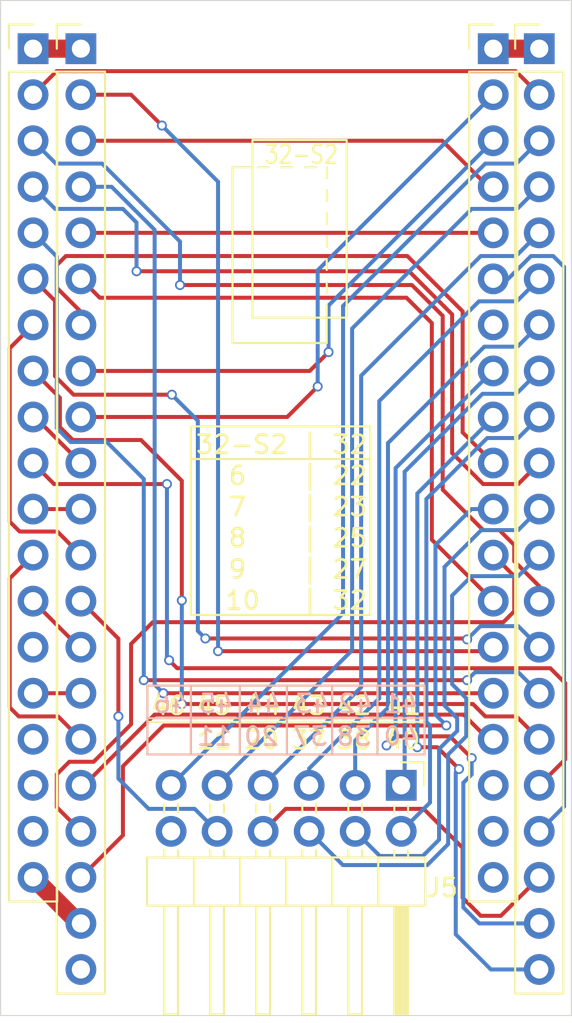
<source format=kicad_pcb>
(kicad_pcb (version 20171130) (host pcbnew "(5.1.6)-1")

  (general
    (thickness 1.6)
    (drawings 76)
    (tracks 288)
    (zones 0)
    (modules 5)
    (nets 52)
  )

  (page A4)
  (layers
    (0 F.Cu signal)
    (31 B.Cu signal)
    (32 B.Adhes user)
    (33 F.Adhes user)
    (34 B.Paste user)
    (35 F.Paste user)
    (36 B.SilkS user hide)
    (37 F.SilkS user)
    (38 B.Mask user)
    (39 F.Mask user)
    (40 Dwgs.User user)
    (41 Cmts.User user)
    (42 Eco1.User user)
    (43 Eco2.User user)
    (44 Edge.Cuts user)
    (45 Margin user)
    (46 B.CrtYd user hide)
    (47 F.CrtYd user hide)
    (48 B.Fab user hide)
    (49 F.Fab user hide)
  )

  (setup
    (last_trace_width 0.22)
    (user_trace_width 0.2)
    (trace_clearance 0.2)
    (zone_clearance 0.508)
    (zone_45_only no)
    (trace_min 0.2)
    (via_size 0.55)
    (via_drill 0.36)
    (via_min_size 0.4)
    (via_min_drill 0.3)
    (uvia_size 0.3)
    (uvia_drill 0.1)
    (uvias_allowed no)
    (uvia_min_size 0.2)
    (uvia_min_drill 0.1)
    (edge_width 0.05)
    (segment_width 0.2)
    (pcb_text_width 0.3)
    (pcb_text_size 1.5 1.5)
    (mod_edge_width 0.12)
    (mod_text_size 1 1)
    (mod_text_width 0.15)
    (pad_size 1.7 1.7)
    (pad_drill 1)
    (pad_to_mask_clearance 0.05)
    (aux_axis_origin 0 0)
    (grid_origin 129.75 133)
    (visible_elements 7FFFFFFF)
    (pcbplotparams
      (layerselection 0x010fc_ffffffff)
      (usegerberextensions false)
      (usegerberattributes true)
      (usegerberadvancedattributes true)
      (creategerberjobfile true)
      (excludeedgelayer true)
      (linewidth 0.150000)
      (plotframeref false)
      (viasonmask false)
      (mode 1)
      (useauxorigin false)
      (hpglpennumber 1)
      (hpglpenspeed 20)
      (hpglpendiameter 15.000000)
      (psnegative false)
      (psa4output false)
      (plotreference true)
      (plotvalue true)
      (plotinvisibletext false)
      (padsonsilk false)
      (subtractmaskfromsilk false)
      (outputformat 1)
      (mirror false)
      (drillshape 1)
      (scaleselection 1)
      (outputdirectory ""))
  )

  (net 0 "")
  (net 1 /ESP32S2_GND)
  (net 2 /ESP32S2_5V)
  (net 3 /ESP32S2_IO17)
  (net 4 /ESP32S2_IO16)
  (net 5 /ESP32S2_IO15)
  (net 6 /ESP32S2_IO14)
  (net 7 /ESP32S2_IO13)
  (net 8 /ESP32S2_IO12)
  (net 9 /ESP32S2_IO11)
  (net 10 /ESP32S2_IO10)
  (net 11 /ESP32S2_IO9)
  (net 12 /ESP32S2_IO8)
  (net 13 /ESP32S2_IO7)
  (net 14 /ESP32S2_IO6)
  (net 15 /ESP32S2_IO5)
  (net 16 /ESP32S2_IO4)
  (net 17 /ESP32S2_IO3)
  (net 18 /ESP32S2_IO2)
  (net 19 /ESP32S2_IO1)
  (net 20 /ESP32S2_IO0)
  (net 21 /ESP32S2_3V3)
  (net 22 /ESP32S2_IO18)
  (net 23 /ESP32S2_IO19)
  (net 24 /ESP32S2_IO20)
  (net 25 /ESP32S2_IO21)
  (net 26 /ESP32S2_IO26)
  (net 27 /ESP32S2_IO33)
  (net 28 /ESP32S2_IO34)
  (net 29 /ESP32S2_IO35)
  (net 30 /ESP32S2_IO36)
  (net 31 /ESP32S2_IO37)
  (net 32 /ESP32S2_IO38)
  (net 33 /ESP32S2_IO39)
  (net 34 /ESP32S2_IO40)
  (net 35 /ESP32S2_IO41)
  (net 36 /ESP32S2_IO42)
  (net 37 /ESP32S2_IO43_TX)
  (net 38 /ESP32S2_IO44_RX)
  (net 39 /ESP32S2_IO45)
  (net 40 /ESP32S2_IO46)
  (net 41 /ESP32S2_CHIP_PU)
  (net 42 /ESP32_CMD)
  (net 43 /ESP32_SD3)
  (net 44 /ESP32_SD2)
  (net 45 /ESP32_CLK)
  (net 46 /ESP32_SD0)
  (net 47 /ESP32_SD1)
  (net 48 "Net-(J1-Pad21)")
  (net 49 "Net-(J3-Pad14)")
  (net 50 "Net-(J4-Pad7)")
  (net 51 "Net-(J5-Pad12)")

  (net_class Default "This is the default net class."
    (clearance 0.2)
    (trace_width 0.22)
    (via_dia 0.55)
    (via_drill 0.36)
    (uvia_dia 0.3)
    (uvia_drill 0.1)
    (add_net /ESP32S2_3V3)
    (add_net /ESP32S2_5V)
    (add_net /ESP32S2_CHIP_PU)
    (add_net /ESP32S2_GND)
    (add_net /ESP32S2_IO0)
    (add_net /ESP32S2_IO1)
    (add_net /ESP32S2_IO10)
    (add_net /ESP32S2_IO11)
    (add_net /ESP32S2_IO12)
    (add_net /ESP32S2_IO13)
    (add_net /ESP32S2_IO14)
    (add_net /ESP32S2_IO15)
    (add_net /ESP32S2_IO16)
    (add_net /ESP32S2_IO17)
    (add_net /ESP32S2_IO18)
    (add_net /ESP32S2_IO19)
    (add_net /ESP32S2_IO2)
    (add_net /ESP32S2_IO20)
    (add_net /ESP32S2_IO21)
    (add_net /ESP32S2_IO26)
    (add_net /ESP32S2_IO3)
    (add_net /ESP32S2_IO33)
    (add_net /ESP32S2_IO34)
    (add_net /ESP32S2_IO35)
    (add_net /ESP32S2_IO36)
    (add_net /ESP32S2_IO37)
    (add_net /ESP32S2_IO38)
    (add_net /ESP32S2_IO39)
    (add_net /ESP32S2_IO4)
    (add_net /ESP32S2_IO40)
    (add_net /ESP32S2_IO41)
    (add_net /ESP32S2_IO42)
    (add_net /ESP32S2_IO43_TX)
    (add_net /ESP32S2_IO44_RX)
    (add_net /ESP32S2_IO45)
    (add_net /ESP32S2_IO46)
    (add_net /ESP32S2_IO5)
    (add_net /ESP32S2_IO6)
    (add_net /ESP32S2_IO7)
    (add_net /ESP32S2_IO8)
    (add_net /ESP32S2_IO9)
    (add_net /ESP32_CLK)
    (add_net /ESP32_CMD)
    (add_net /ESP32_SD0)
    (add_net /ESP32_SD1)
    (add_net /ESP32_SD2)
    (add_net /ESP32_SD3)
    (add_net "Net-(J1-Pad21)")
    (add_net "Net-(J3-Pad14)")
    (add_net "Net-(J4-Pad7)")
    (add_net "Net-(J5-Pad12)")
  )

  (module Connector_PinHeader_2.54mm:PinHeader_2x06_P2.54mm_Horizontal (layer F.Cu) (tedit 59FED5CB) (tstamp 5F5E9975)
    (at 151.86 120.3 270)
    (descr "Through hole angled pin header, 2x06, 2.54mm pitch, 6mm pin length, double rows")
    (tags "Through hole angled pin header THT 2x06 2.54mm double row")
    (path /5F8FFF45)
    (fp_text reference J5 (at 5.655 -2.27 180) (layer F.SilkS)
      (effects (font (size 1 1) (thickness 0.15)))
    )
    (fp_text value Conn_02x06_Odd_Even_MountingPin (at 5.655 14.97 90) (layer F.Fab)
      (effects (font (size 1 1) (thickness 0.15)))
    )
    (fp_line (start 4.675 -1.27) (end 6.58 -1.27) (layer F.Fab) (width 0.1))
    (fp_line (start 6.58 -1.27) (end 6.58 13.97) (layer F.Fab) (width 0.1))
    (fp_line (start 6.58 13.97) (end 4.04 13.97) (layer F.Fab) (width 0.1))
    (fp_line (start 4.04 13.97) (end 4.04 -0.635) (layer F.Fab) (width 0.1))
    (fp_line (start 4.04 -0.635) (end 4.675 -1.27) (layer F.Fab) (width 0.1))
    (fp_line (start -0.32 -0.32) (end 4.04 -0.32) (layer F.Fab) (width 0.1))
    (fp_line (start -0.32 -0.32) (end -0.32 0.32) (layer F.Fab) (width 0.1))
    (fp_line (start -0.32 0.32) (end 4.04 0.32) (layer F.Fab) (width 0.1))
    (fp_line (start 6.58 -0.32) (end 12.58 -0.32) (layer F.Fab) (width 0.1))
    (fp_line (start 12.58 -0.32) (end 12.58 0.32) (layer F.Fab) (width 0.1))
    (fp_line (start 6.58 0.32) (end 12.58 0.32) (layer F.Fab) (width 0.1))
    (fp_line (start -0.32 2.22) (end 4.04 2.22) (layer F.Fab) (width 0.1))
    (fp_line (start -0.32 2.22) (end -0.32 2.86) (layer F.Fab) (width 0.1))
    (fp_line (start -0.32 2.86) (end 4.04 2.86) (layer F.Fab) (width 0.1))
    (fp_line (start 6.58 2.22) (end 12.58 2.22) (layer F.Fab) (width 0.1))
    (fp_line (start 12.58 2.22) (end 12.58 2.86) (layer F.Fab) (width 0.1))
    (fp_line (start 6.58 2.86) (end 12.58 2.86) (layer F.Fab) (width 0.1))
    (fp_line (start -0.32 4.76) (end 4.04 4.76) (layer F.Fab) (width 0.1))
    (fp_line (start -0.32 4.76) (end -0.32 5.4) (layer F.Fab) (width 0.1))
    (fp_line (start -0.32 5.4) (end 4.04 5.4) (layer F.Fab) (width 0.1))
    (fp_line (start 6.58 4.76) (end 12.58 4.76) (layer F.Fab) (width 0.1))
    (fp_line (start 12.58 4.76) (end 12.58 5.4) (layer F.Fab) (width 0.1))
    (fp_line (start 6.58 5.4) (end 12.58 5.4) (layer F.Fab) (width 0.1))
    (fp_line (start -0.32 7.3) (end 4.04 7.3) (layer F.Fab) (width 0.1))
    (fp_line (start -0.32 7.3) (end -0.32 7.94) (layer F.Fab) (width 0.1))
    (fp_line (start -0.32 7.94) (end 4.04 7.94) (layer F.Fab) (width 0.1))
    (fp_line (start 6.58 7.3) (end 12.58 7.3) (layer F.Fab) (width 0.1))
    (fp_line (start 12.58 7.3) (end 12.58 7.94) (layer F.Fab) (width 0.1))
    (fp_line (start 6.58 7.94) (end 12.58 7.94) (layer F.Fab) (width 0.1))
    (fp_line (start -0.32 9.84) (end 4.04 9.84) (layer F.Fab) (width 0.1))
    (fp_line (start -0.32 9.84) (end -0.32 10.48) (layer F.Fab) (width 0.1))
    (fp_line (start -0.32 10.48) (end 4.04 10.48) (layer F.Fab) (width 0.1))
    (fp_line (start 6.58 9.84) (end 12.58 9.84) (layer F.Fab) (width 0.1))
    (fp_line (start 12.58 9.84) (end 12.58 10.48) (layer F.Fab) (width 0.1))
    (fp_line (start 6.58 10.48) (end 12.58 10.48) (layer F.Fab) (width 0.1))
    (fp_line (start -0.32 12.38) (end 4.04 12.38) (layer F.Fab) (width 0.1))
    (fp_line (start -0.32 12.38) (end -0.32 13.02) (layer F.Fab) (width 0.1))
    (fp_line (start -0.32 13.02) (end 4.04 13.02) (layer F.Fab) (width 0.1))
    (fp_line (start 6.58 12.38) (end 12.58 12.38) (layer F.Fab) (width 0.1))
    (fp_line (start 12.58 12.38) (end 12.58 13.02) (layer F.Fab) (width 0.1))
    (fp_line (start 6.58 13.02) (end 12.58 13.02) (layer F.Fab) (width 0.1))
    (fp_line (start 3.98 -1.33) (end 3.98 14.03) (layer F.SilkS) (width 0.12))
    (fp_line (start 3.98 14.03) (end 6.64 14.03) (layer F.SilkS) (width 0.12))
    (fp_line (start 6.64 14.03) (end 6.64 -1.33) (layer F.SilkS) (width 0.12))
    (fp_line (start 6.64 -1.33) (end 3.98 -1.33) (layer F.SilkS) (width 0.12))
    (fp_line (start 6.64 -0.38) (end 12.64 -0.38) (layer F.SilkS) (width 0.12))
    (fp_line (start 12.64 -0.38) (end 12.64 0.38) (layer F.SilkS) (width 0.12))
    (fp_line (start 12.64 0.38) (end 6.64 0.38) (layer F.SilkS) (width 0.12))
    (fp_line (start 6.64 -0.32) (end 12.64 -0.32) (layer F.SilkS) (width 0.12))
    (fp_line (start 6.64 -0.2) (end 12.64 -0.2) (layer F.SilkS) (width 0.12))
    (fp_line (start 6.64 -0.08) (end 12.64 -0.08) (layer F.SilkS) (width 0.12))
    (fp_line (start 6.64 0.04) (end 12.64 0.04) (layer F.SilkS) (width 0.12))
    (fp_line (start 6.64 0.16) (end 12.64 0.16) (layer F.SilkS) (width 0.12))
    (fp_line (start 6.64 0.28) (end 12.64 0.28) (layer F.SilkS) (width 0.12))
    (fp_line (start 3.582929 -0.38) (end 3.98 -0.38) (layer F.SilkS) (width 0.12))
    (fp_line (start 3.582929 0.38) (end 3.98 0.38) (layer F.SilkS) (width 0.12))
    (fp_line (start 1.11 -0.38) (end 1.497071 -0.38) (layer F.SilkS) (width 0.12))
    (fp_line (start 1.11 0.38) (end 1.497071 0.38) (layer F.SilkS) (width 0.12))
    (fp_line (start 3.98 1.27) (end 6.64 1.27) (layer F.SilkS) (width 0.12))
    (fp_line (start 6.64 2.16) (end 12.64 2.16) (layer F.SilkS) (width 0.12))
    (fp_line (start 12.64 2.16) (end 12.64 2.92) (layer F.SilkS) (width 0.12))
    (fp_line (start 12.64 2.92) (end 6.64 2.92) (layer F.SilkS) (width 0.12))
    (fp_line (start 3.582929 2.16) (end 3.98 2.16) (layer F.SilkS) (width 0.12))
    (fp_line (start 3.582929 2.92) (end 3.98 2.92) (layer F.SilkS) (width 0.12))
    (fp_line (start 1.042929 2.16) (end 1.497071 2.16) (layer F.SilkS) (width 0.12))
    (fp_line (start 1.042929 2.92) (end 1.497071 2.92) (layer F.SilkS) (width 0.12))
    (fp_line (start 3.98 3.81) (end 6.64 3.81) (layer F.SilkS) (width 0.12))
    (fp_line (start 6.64 4.7) (end 12.64 4.7) (layer F.SilkS) (width 0.12))
    (fp_line (start 12.64 4.7) (end 12.64 5.46) (layer F.SilkS) (width 0.12))
    (fp_line (start 12.64 5.46) (end 6.64 5.46) (layer F.SilkS) (width 0.12))
    (fp_line (start 3.582929 4.7) (end 3.98 4.7) (layer F.SilkS) (width 0.12))
    (fp_line (start 3.582929 5.46) (end 3.98 5.46) (layer F.SilkS) (width 0.12))
    (fp_line (start 1.042929 4.7) (end 1.497071 4.7) (layer F.SilkS) (width 0.12))
    (fp_line (start 1.042929 5.46) (end 1.497071 5.46) (layer F.SilkS) (width 0.12))
    (fp_line (start 3.98 6.35) (end 6.64 6.35) (layer F.SilkS) (width 0.12))
    (fp_line (start 6.64 7.24) (end 12.64 7.24) (layer F.SilkS) (width 0.12))
    (fp_line (start 12.64 7.24) (end 12.64 8) (layer F.SilkS) (width 0.12))
    (fp_line (start 12.64 8) (end 6.64 8) (layer F.SilkS) (width 0.12))
    (fp_line (start 3.582929 7.24) (end 3.98 7.24) (layer F.SilkS) (width 0.12))
    (fp_line (start 3.582929 8) (end 3.98 8) (layer F.SilkS) (width 0.12))
    (fp_line (start 1.042929 7.24) (end 1.497071 7.24) (layer F.SilkS) (width 0.12))
    (fp_line (start 1.042929 8) (end 1.497071 8) (layer F.SilkS) (width 0.12))
    (fp_line (start 3.98 8.89) (end 6.64 8.89) (layer F.SilkS) (width 0.12))
    (fp_line (start 6.64 9.78) (end 12.64 9.78) (layer F.SilkS) (width 0.12))
    (fp_line (start 12.64 9.78) (end 12.64 10.54) (layer F.SilkS) (width 0.12))
    (fp_line (start 12.64 10.54) (end 6.64 10.54) (layer F.SilkS) (width 0.12))
    (fp_line (start 3.582929 9.78) (end 3.98 9.78) (layer F.SilkS) (width 0.12))
    (fp_line (start 3.582929 10.54) (end 3.98 10.54) (layer F.SilkS) (width 0.12))
    (fp_line (start 1.042929 9.78) (end 1.497071 9.78) (layer F.SilkS) (width 0.12))
    (fp_line (start 1.042929 10.54) (end 1.497071 10.54) (layer F.SilkS) (width 0.12))
    (fp_line (start 3.98 11.43) (end 6.64 11.43) (layer F.SilkS) (width 0.12))
    (fp_line (start 6.64 12.32) (end 12.64 12.32) (layer F.SilkS) (width 0.12))
    (fp_line (start 12.64 12.32) (end 12.64 13.08) (layer F.SilkS) (width 0.12))
    (fp_line (start 12.64 13.08) (end 6.64 13.08) (layer F.SilkS) (width 0.12))
    (fp_line (start 3.582929 12.32) (end 3.98 12.32) (layer F.SilkS) (width 0.12))
    (fp_line (start 3.582929 13.08) (end 3.98 13.08) (layer F.SilkS) (width 0.12))
    (fp_line (start 1.042929 12.32) (end 1.497071 12.32) (layer F.SilkS) (width 0.12))
    (fp_line (start 1.042929 13.08) (end 1.497071 13.08) (layer F.SilkS) (width 0.12))
    (fp_line (start -1.27 0) (end -1.27 -1.27) (layer F.SilkS) (width 0.12))
    (fp_line (start -1.27 -1.27) (end 0 -1.27) (layer F.SilkS) (width 0.12))
    (fp_line (start -1.8 -1.8) (end -1.8 14.5) (layer F.CrtYd) (width 0.05))
    (fp_line (start -1.8 14.5) (end 13.1 14.5) (layer F.CrtYd) (width 0.05))
    (fp_line (start 13.1 14.5) (end 13.1 -1.8) (layer F.CrtYd) (width 0.05))
    (fp_line (start 13.1 -1.8) (end -1.8 -1.8) (layer F.CrtYd) (width 0.05))
    (fp_text user %R (at 5.31 6.35) (layer F.Fab)
      (effects (font (size 1 1) (thickness 0.15)))
    )
    (pad 12 thru_hole oval (at 2.54 12.7 270) (size 1.7 1.7) (drill 1) (layers *.Cu *.Mask)
      (net 51 "Net-(J5-Pad12)"))
    (pad 11 thru_hole oval (at 0 12.7 270) (size 1.7 1.7) (drill 1) (layers *.Cu *.Mask)
      (net 40 /ESP32S2_IO46))
    (pad 10 thru_hole oval (at 2.54 10.16 270) (size 1.7 1.7) (drill 1) (layers *.Cu *.Mask)
      (net 9 /ESP32S2_IO11))
    (pad 9 thru_hole oval (at 0 10.16 270) (size 1.7 1.7) (drill 1) (layers *.Cu *.Mask)
      (net 39 /ESP32S2_IO45))
    (pad 8 thru_hole oval (at 2.54 7.62 270) (size 1.7 1.7) (drill 1) (layers *.Cu *.Mask)
      (net 24 /ESP32S2_IO20))
    (pad 7 thru_hole oval (at 0 7.62 270) (size 1.7 1.7) (drill 1) (layers *.Cu *.Mask)
      (net 38 /ESP32S2_IO44_RX))
    (pad 6 thru_hole oval (at 2.54 5.08 270) (size 1.7 1.7) (drill 1) (layers *.Cu *.Mask)
      (net 31 /ESP32S2_IO37))
    (pad 5 thru_hole oval (at 0 5.08 270) (size 1.7 1.7) (drill 1) (layers *.Cu *.Mask)
      (net 37 /ESP32S2_IO43_TX))
    (pad 4 thru_hole oval (at 2.54 2.54 270) (size 1.7 1.7) (drill 1) (layers *.Cu *.Mask)
      (net 32 /ESP32S2_IO38))
    (pad 3 thru_hole oval (at 0 2.54 270) (size 1.7 1.7) (drill 1) (layers *.Cu *.Mask)
      (net 36 /ESP32S2_IO42))
    (pad 2 thru_hole oval (at 2.54 0 270) (size 1.7 1.7) (drill 1) (layers *.Cu *.Mask)
      (net 34 /ESP32S2_IO40))
    (pad 1 thru_hole rect (at 0 0 270) (size 1.7 1.7) (drill 1) (layers *.Cu *.Mask)
      (net 35 /ESP32S2_IO41))
    (model ${KISYS3DMOD}/Connector_PinHeader_2.54mm.3dshapes/PinHeader_2x06_P2.54mm_Horizontal.wrl
      (at (xyz 0 0 0))
      (scale (xyz 1 1 1))
      (rotate (xyz 0 0 0))
    )
  )

  (module Connector_PinHeader_2.54mm:PinHeader_1x19_P2.54mm_Vertical (layer F.Cu) (tedit 5F5E323A) (tstamp 5F5E8D9E)
    (at 156.94 79.66)
    (descr "Through hole straight pin header, 1x19, 2.54mm pitch, single row")
    (tags "Through hole pin header THT 1x19 2.54mm single row")
    (path /5F5E556D)
    (fp_text reference J4 (at 0 -2.33) (layer F.SilkS) hide
      (effects (font (size 1 1) (thickness 0.15)))
    )
    (fp_text value Conn_01x19 (at 0 48.05) (layer F.Fab)
      (effects (font (size 1 1) (thickness 0.15)))
    )
    (fp_line (start -0.635 -1.27) (end 1.27 -1.27) (layer F.Fab) (width 0.1))
    (fp_line (start 1.27 -1.27) (end 1.27 46.99) (layer F.Fab) (width 0.1))
    (fp_line (start 1.27 46.99) (end -1.27 46.99) (layer F.Fab) (width 0.1))
    (fp_line (start -1.27 46.99) (end -1.27 -0.635) (layer F.Fab) (width 0.1))
    (fp_line (start -1.27 -0.635) (end -0.635 -1.27) (layer F.Fab) (width 0.1))
    (fp_line (start -1.33 47.05) (end 1.33 47.05) (layer F.SilkS) (width 0.12))
    (fp_line (start -1.33 1.27) (end -1.33 47.05) (layer F.SilkS) (width 0.12))
    (fp_line (start 1.33 1.27) (end 1.33 47.05) (layer F.SilkS) (width 0.12))
    (fp_line (start -1.33 1.27) (end 1.33 1.27) (layer F.SilkS) (width 0.12))
    (fp_line (start -1.33 0) (end -1.33 -1.33) (layer F.SilkS) (width 0.12))
    (fp_line (start -1.33 -1.33) (end 0 -1.33) (layer F.SilkS) (width 0.12))
    (fp_line (start -1.8 -1.8) (end -1.8 47.5) (layer F.CrtYd) (width 0.05))
    (fp_line (start -1.8 47.5) (end 1.8 47.5) (layer F.CrtYd) (width 0.05))
    (fp_line (start 1.8 47.5) (end 1.8 -1.8) (layer F.CrtYd) (width 0.05))
    (fp_line (start 1.8 -1.8) (end -1.8 -1.8) (layer F.CrtYd) (width 0.05))
    (fp_text user %R (at 0 22.86 90) (layer F.Fab)
      (effects (font (size 1 1) (thickness 0.15)))
    )
    (pad 19 thru_hole oval (at 0 45.72) (size 1.7 1.7) (drill 1) (layers *.Cu *.Mask)
      (net 45 /ESP32_CLK))
    (pad 18 thru_hole oval (at 0 43.18) (size 1.7 1.7) (drill 1) (layers *.Cu *.Mask)
      (net 46 /ESP32_SD0))
    (pad 17 thru_hole oval (at 0 40.64) (size 1.7 1.7) (drill 1) (layers *.Cu *.Mask)
      (net 47 /ESP32_SD1))
    (pad 16 thru_hole oval (at 0 38.1) (size 1.7 1.7) (drill 1) (layers *.Cu *.Mask)
      (net 5 /ESP32S2_IO15))
    (pad 15 thru_hole oval (at 0 35.56) (size 1.7 1.7) (drill 1) (layers *.Cu *.Mask)
      (net 18 /ESP32S2_IO2))
    (pad 14 thru_hole oval (at 0 33.02) (size 1.7 1.7) (drill 1) (layers *.Cu *.Mask)
      (net 20 /ESP32S2_IO0))
    (pad 13 thru_hole oval (at 0 30.48) (size 1.7 1.7) (drill 1) (layers *.Cu *.Mask)
      (net 16 /ESP32S2_IO4))
    (pad 12 thru_hole oval (at 0 27.94) (size 1.7 1.7) (drill 1) (layers *.Cu *.Mask)
      (net 4 /ESP32S2_IO16))
    (pad 11 thru_hole oval (at 0 25.4) (size 1.7 1.7) (drill 1) (layers *.Cu *.Mask)
      (net 3 /ESP32S2_IO17))
    (pad 10 thru_hole oval (at 0 22.86) (size 1.7 1.7) (drill 1) (layers *.Cu *.Mask)
      (net 15 /ESP32S2_IO5))
    (pad 9 thru_hole oval (at 0 20.32) (size 1.7 1.7) (drill 1) (layers *.Cu *.Mask)
      (net 22 /ESP32S2_IO18))
    (pad 8 thru_hole oval (at 0 17.78) (size 1.7 1.7) (drill 1) (layers *.Cu *.Mask)
      (net 23 /ESP32S2_IO19))
    (pad 7 thru_hole oval (at 0 15.24) (size 1.7 1.7) (drill 1) (layers *.Cu *.Mask)
      (net 50 "Net-(J4-Pad7)"))
    (pad 6 thru_hole oval (at 0 12.7) (size 1.7 1.7) (drill 1) (layers *.Cu *.Mask)
      (net 25 /ESP32S2_IO21))
    (pad 5 thru_hole oval (at 0 10.16) (size 1.7 1.7) (drill 1) (layers *.Cu *.Mask)
      (net 17 /ESP32S2_IO3))
    (pad 4 thru_hole oval (at 0 7.62) (size 1.7 1.7) (drill 1) (layers *.Cu *.Mask)
      (net 19 /ESP32S2_IO1))
    (pad 3 thru_hole oval (at 0 5.08) (size 1.7 1.7) (drill 1) (layers *.Cu *.Mask)
      (net 14 /ESP32S2_IO6))
    (pad 2 thru_hole oval (at 0 2.54) (size 1.7 1.7) (drill 1) (layers *.Cu *.Mask)
      (net 13 /ESP32S2_IO7))
    (pad 1 thru_hole rect (at 0 0) (size 1.7 1.7) (drill 1) (layers *.Cu *.Mask)
      (net 1 /ESP32S2_GND))
    (model ${KISYS3DMOD}/Connector_PinHeader_2.54mm.3dshapes/PinHeader_1x19_P2.54mm_Vertical.wrl
      (at (xyz 0 0 0))
      (scale (xyz 1 1 1))
      (rotate (xyz 0 0 0))
    )
  )

  (module Connector_PinHeader_2.54mm:PinHeader_1x19_P2.54mm_Vertical (layer F.Cu) (tedit 59FED5CC) (tstamp 5F5E8D77)
    (at 131.54 79.66)
    (descr "Through hole straight pin header, 1x19, 2.54mm pitch, single row")
    (tags "Through hole pin header THT 1x19 2.54mm single row")
    (path /5F5E2EF3)
    (fp_text reference J3 (at 0 -2.33) (layer F.SilkS) hide
      (effects (font (size 1 1) (thickness 0.15)))
    )
    (fp_text value Conn_01x19 (at 0 48.05) (layer F.Fab)
      (effects (font (size 1 1) (thickness 0.15)))
    )
    (fp_line (start -0.635 -1.27) (end 1.27 -1.27) (layer F.Fab) (width 0.1))
    (fp_line (start 1.27 -1.27) (end 1.27 46.99) (layer F.Fab) (width 0.1))
    (fp_line (start 1.27 46.99) (end -1.27 46.99) (layer F.Fab) (width 0.1))
    (fp_line (start -1.27 46.99) (end -1.27 -0.635) (layer F.Fab) (width 0.1))
    (fp_line (start -1.27 -0.635) (end -0.635 -1.27) (layer F.Fab) (width 0.1))
    (fp_line (start -1.33 47.05) (end 1.33 47.05) (layer F.SilkS) (width 0.12))
    (fp_line (start -1.33 1.27) (end -1.33 47.05) (layer F.SilkS) (width 0.12))
    (fp_line (start 1.33 1.27) (end 1.33 47.05) (layer F.SilkS) (width 0.12))
    (fp_line (start -1.33 1.27) (end 1.33 1.27) (layer F.SilkS) (width 0.12))
    (fp_line (start -1.33 0) (end -1.33 -1.33) (layer F.SilkS) (width 0.12))
    (fp_line (start -1.33 -1.33) (end 0 -1.33) (layer F.SilkS) (width 0.12))
    (fp_line (start -1.8 -1.8) (end -1.8 47.5) (layer F.CrtYd) (width 0.05))
    (fp_line (start -1.8 47.5) (end 1.8 47.5) (layer F.CrtYd) (width 0.05))
    (fp_line (start 1.8 47.5) (end 1.8 -1.8) (layer F.CrtYd) (width 0.05))
    (fp_line (start 1.8 -1.8) (end -1.8 -1.8) (layer F.CrtYd) (width 0.05))
    (fp_text user %R (at 0 22.86 90) (layer F.Fab)
      (effects (font (size 1 1) (thickness 0.15)))
    )
    (pad 19 thru_hole oval (at 0 45.72) (size 1.7 1.7) (drill 1) (layers *.Cu *.Mask)
      (net 2 /ESP32S2_5V))
    (pad 18 thru_hole oval (at 0 43.18) (size 1.7 1.7) (drill 1) (layers *.Cu *.Mask)
      (net 42 /ESP32_CMD))
    (pad 17 thru_hole oval (at 0 40.64) (size 1.7 1.7) (drill 1) (layers *.Cu *.Mask)
      (net 43 /ESP32_SD3))
    (pad 16 thru_hole oval (at 0 38.1) (size 1.7 1.7) (drill 1) (layers *.Cu *.Mask)
      (net 44 /ESP32_SD2))
    (pad 15 thru_hole oval (at 0 35.56) (size 1.7 1.7) (drill 1) (layers *.Cu *.Mask)
      (net 7 /ESP32S2_IO13))
    (pad 14 thru_hole oval (at 0 33.02) (size 1.7 1.7) (drill 1) (layers *.Cu *.Mask)
      (net 49 "Net-(J3-Pad14)"))
    (pad 13 thru_hole oval (at 0 30.48) (size 1.7 1.7) (drill 1) (layers *.Cu *.Mask)
      (net 8 /ESP32S2_IO12))
    (pad 12 thru_hole oval (at 0 27.94) (size 1.7 1.7) (drill 1) (layers *.Cu *.Mask)
      (net 6 /ESP32S2_IO14))
    (pad 11 thru_hole oval (at 0 25.4) (size 1.7 1.7) (drill 1) (layers *.Cu *.Mask)
      (net 11 /ESP32S2_IO9))
    (pad 10 thru_hole oval (at 0 22.86) (size 1.7 1.7) (drill 1) (layers *.Cu *.Mask)
      (net 26 /ESP32S2_IO26))
    (pad 9 thru_hole oval (at 0 20.32) (size 1.7 1.7) (drill 1) (layers *.Cu *.Mask)
      (net 12 /ESP32S2_IO8))
    (pad 8 thru_hole oval (at 0 17.78) (size 1.7 1.7) (drill 1) (layers *.Cu *.Mask)
      (net 27 /ESP32S2_IO33))
    (pad 7 thru_hole oval (at 0 15.24) (size 1.7 1.7) (drill 1) (layers *.Cu *.Mask)
      (net 10 /ESP32S2_IO10))
    (pad 6 thru_hole oval (at 0 12.7) (size 1.7 1.7) (drill 1) (layers *.Cu *.Mask)
      (net 29 /ESP32S2_IO35))
    (pad 5 thru_hole oval (at 0 10.16) (size 1.7 1.7) (drill 1) (layers *.Cu *.Mask)
      (net 28 /ESP32S2_IO34))
    (pad 4 thru_hole oval (at 0 7.62) (size 1.7 1.7) (drill 1) (layers *.Cu *.Mask)
      (net 33 /ESP32S2_IO39))
    (pad 3 thru_hole oval (at 0 5.08) (size 1.7 1.7) (drill 1) (layers *.Cu *.Mask)
      (net 30 /ESP32S2_IO36))
    (pad 2 thru_hole oval (at 0 2.54) (size 1.7 1.7) (drill 1) (layers *.Cu *.Mask)
      (net 41 /ESP32S2_CHIP_PU))
    (pad 1 thru_hole rect (at 0 0) (size 1.7 1.7) (drill 1) (layers *.Cu *.Mask)
      (net 21 /ESP32S2_3V3))
    (model ${KISYS3DMOD}/Connector_PinHeader_2.54mm.3dshapes/PinHeader_1x19_P2.54mm_Vertical.wrl
      (at (xyz 0 0 0))
      (scale (xyz 1 1 1))
      (rotate (xyz 0 0 0))
    )
  )

  (module Connector_PinHeader_2.54mm:PinHeader_1x21_P2.54mm_Vertical (layer F.Cu) (tedit 59FED5CC) (tstamp 5F5E8D50)
    (at 159.48 79.66)
    (descr "Through hole straight pin header, 1x21, 2.54mm pitch, single row")
    (tags "Through hole pin header THT 1x21 2.54mm single row")
    (path /5F5E2074)
    (fp_text reference J2 (at 0 -2.33) (layer F.SilkS) hide
      (effects (font (size 1 1) (thickness 0.15)))
    )
    (fp_text value Conn_01x21 (at 0 53.13) (layer F.Fab)
      (effects (font (size 1 1) (thickness 0.15)))
    )
    (fp_line (start -0.635 -1.27) (end 1.27 -1.27) (layer F.Fab) (width 0.1))
    (fp_line (start 1.27 -1.27) (end 1.27 52.07) (layer F.Fab) (width 0.1))
    (fp_line (start 1.27 52.07) (end -1.27 52.07) (layer F.Fab) (width 0.1))
    (fp_line (start -1.27 52.07) (end -1.27 -0.635) (layer F.Fab) (width 0.1))
    (fp_line (start -1.27 -0.635) (end -0.635 -1.27) (layer F.Fab) (width 0.1))
    (fp_line (start -1.33 52.13) (end 1.33 52.13) (layer F.SilkS) (width 0.12))
    (fp_line (start -1.33 1.27) (end -1.33 52.13) (layer F.SilkS) (width 0.12))
    (fp_line (start 1.33 1.27) (end 1.33 52.13) (layer F.SilkS) (width 0.12))
    (fp_line (start -1.33 1.27) (end 1.33 1.27) (layer F.SilkS) (width 0.12))
    (fp_line (start -1.33 0) (end -1.33 -1.33) (layer F.SilkS) (width 0.12))
    (fp_line (start -1.33 -1.33) (end 0 -1.33) (layer F.SilkS) (width 0.12))
    (fp_line (start -1.8 -1.8) (end -1.8 52.6) (layer F.CrtYd) (width 0.05))
    (fp_line (start -1.8 52.6) (end 1.8 52.6) (layer F.CrtYd) (width 0.05))
    (fp_line (start 1.8 52.6) (end 1.8 -1.8) (layer F.CrtYd) (width 0.05))
    (fp_line (start 1.8 -1.8) (end -1.8 -1.8) (layer F.CrtYd) (width 0.05))
    (fp_text user %R (at 0 25.4 90) (layer F.Fab)
      (effects (font (size 1 1) (thickness 0.15)))
    )
    (pad 21 thru_hole oval (at 0 50.8) (size 1.7 1.7) (drill 1) (layers *.Cu *.Mask)
      (net 22 /ESP32S2_IO18))
    (pad 20 thru_hole oval (at 0 48.26) (size 1.7 1.7) (drill 1) (layers *.Cu *.Mask)
      (net 23 /ESP32S2_IO19))
    (pad 19 thru_hole oval (at 0 45.72) (size 1.7 1.7) (drill 1) (layers *.Cu *.Mask)
      (net 24 /ESP32S2_IO20))
    (pad 18 thru_hole oval (at 0 43.18) (size 1.7 1.7) (drill 1) (layers *.Cu *.Mask)
      (net 25 /ESP32S2_IO21))
    (pad 17 thru_hole oval (at 0 40.64) (size 1.7 1.7) (drill 1) (layers *.Cu *.Mask)
      (net 26 /ESP32S2_IO26))
    (pad 16 thru_hole oval (at 0 38.1) (size 1.7 1.7) (drill 1) (layers *.Cu *.Mask)
      (net 27 /ESP32S2_IO33))
    (pad 15 thru_hole oval (at 0 35.56) (size 1.7 1.7) (drill 1) (layers *.Cu *.Mask)
      (net 28 /ESP32S2_IO34))
    (pad 14 thru_hole oval (at 0 33.02) (size 1.7 1.7) (drill 1) (layers *.Cu *.Mask)
      (net 29 /ESP32S2_IO35))
    (pad 13 thru_hole oval (at 0 30.48) (size 1.7 1.7) (drill 1) (layers *.Cu *.Mask)
      (net 30 /ESP32S2_IO36))
    (pad 12 thru_hole oval (at 0 27.94) (size 1.7 1.7) (drill 1) (layers *.Cu *.Mask)
      (net 31 /ESP32S2_IO37))
    (pad 11 thru_hole oval (at 0 25.4) (size 1.7 1.7) (drill 1) (layers *.Cu *.Mask)
      (net 32 /ESP32S2_IO38))
    (pad 10 thru_hole oval (at 0 22.86) (size 1.7 1.7) (drill 1) (layers *.Cu *.Mask)
      (net 33 /ESP32S2_IO39))
    (pad 9 thru_hole oval (at 0 20.32) (size 1.7 1.7) (drill 1) (layers *.Cu *.Mask)
      (net 34 /ESP32S2_IO40))
    (pad 8 thru_hole oval (at 0 17.78) (size 1.7 1.7) (drill 1) (layers *.Cu *.Mask)
      (net 35 /ESP32S2_IO41))
    (pad 7 thru_hole oval (at 0 15.24) (size 1.7 1.7) (drill 1) (layers *.Cu *.Mask)
      (net 36 /ESP32S2_IO42))
    (pad 6 thru_hole oval (at 0 12.7) (size 1.7 1.7) (drill 1) (layers *.Cu *.Mask)
      (net 37 /ESP32S2_IO43_TX))
    (pad 5 thru_hole oval (at 0 10.16) (size 1.7 1.7) (drill 1) (layers *.Cu *.Mask)
      (net 38 /ESP32S2_IO44_RX))
    (pad 4 thru_hole oval (at 0 7.62) (size 1.7 1.7) (drill 1) (layers *.Cu *.Mask)
      (net 39 /ESP32S2_IO45))
    (pad 3 thru_hole oval (at 0 5.08) (size 1.7 1.7) (drill 1) (layers *.Cu *.Mask)
      (net 40 /ESP32S2_IO46))
    (pad 2 thru_hole oval (at 0 2.54) (size 1.7 1.7) (drill 1) (layers *.Cu *.Mask)
      (net 41 /ESP32S2_CHIP_PU))
    (pad 1 thru_hole rect (at 0 0) (size 1.7 1.7) (drill 1) (layers *.Cu *.Mask)
      (net 1 /ESP32S2_GND))
    (model ${KISYS3DMOD}/Connector_PinHeader_2.54mm.3dshapes/PinHeader_1x21_P2.54mm_Vertical.wrl
      (at (xyz 0 0 0))
      (scale (xyz 1 1 1))
      (rotate (xyz 0 0 0))
    )
  )

  (module Connector_PinHeader_2.54mm:PinHeader_1x21_P2.54mm_Vertical (layer F.Cu) (tedit 59FED5CC) (tstamp 5F5E8D27)
    (at 134.18 79.66)
    (descr "Through hole straight pin header, 1x21, 2.54mm pitch, single row")
    (tags "Through hole pin header THT 1x21 2.54mm single row")
    (path /5F5E138C)
    (fp_text reference J1 (at 0 -2.33) (layer F.SilkS) hide
      (effects (font (size 1 1) (thickness 0.15)))
    )
    (fp_text value Conn_01x21 (at 0 53.13) (layer F.Fab)
      (effects (font (size 1 1) (thickness 0.15)))
    )
    (fp_line (start -0.635 -1.27) (end 1.27 -1.27) (layer F.Fab) (width 0.1))
    (fp_line (start 1.27 -1.27) (end 1.27 52.07) (layer F.Fab) (width 0.1))
    (fp_line (start 1.27 52.07) (end -1.27 52.07) (layer F.Fab) (width 0.1))
    (fp_line (start -1.27 52.07) (end -1.27 -0.635) (layer F.Fab) (width 0.1))
    (fp_line (start -1.27 -0.635) (end -0.635 -1.27) (layer F.Fab) (width 0.1))
    (fp_line (start -1.33 52.13) (end 1.33 52.13) (layer F.SilkS) (width 0.12))
    (fp_line (start -1.33 1.27) (end -1.33 52.13) (layer F.SilkS) (width 0.12))
    (fp_line (start 1.33 1.27) (end 1.33 52.13) (layer F.SilkS) (width 0.12))
    (fp_line (start -1.33 1.27) (end 1.33 1.27) (layer F.SilkS) (width 0.12))
    (fp_line (start -1.33 0) (end -1.33 -1.33) (layer F.SilkS) (width 0.12))
    (fp_line (start -1.33 -1.33) (end 0 -1.33) (layer F.SilkS) (width 0.12))
    (fp_line (start -1.8 -1.8) (end -1.8 52.6) (layer F.CrtYd) (width 0.05))
    (fp_line (start -1.8 52.6) (end 1.8 52.6) (layer F.CrtYd) (width 0.05))
    (fp_line (start 1.8 52.6) (end 1.8 -1.8) (layer F.CrtYd) (width 0.05))
    (fp_line (start 1.8 -1.8) (end -1.8 -1.8) (layer F.CrtYd) (width 0.05))
    (fp_text user %R (at 0 25.4 90) (layer F.Fab)
      (effects (font (size 1 1) (thickness 0.15)))
    )
    (pad 21 thru_hole oval (at 0 50.8) (size 1.7 1.7) (drill 1) (layers *.Cu *.Mask)
      (net 48 "Net-(J1-Pad21)"))
    (pad 20 thru_hole oval (at 0 48.26) (size 1.7 1.7) (drill 1) (layers *.Cu *.Mask)
      (net 2 /ESP32S2_5V))
    (pad 19 thru_hole oval (at 0 45.72) (size 1.7 1.7) (drill 1) (layers *.Cu *.Mask)
      (net 3 /ESP32S2_IO17))
    (pad 18 thru_hole oval (at 0 43.18) (size 1.7 1.7) (drill 1) (layers *.Cu *.Mask)
      (net 4 /ESP32S2_IO16))
    (pad 17 thru_hole oval (at 0 40.64) (size 1.7 1.7) (drill 1) (layers *.Cu *.Mask)
      (net 5 /ESP32S2_IO15))
    (pad 16 thru_hole oval (at 0 38.1) (size 1.7 1.7) (drill 1) (layers *.Cu *.Mask)
      (net 6 /ESP32S2_IO14))
    (pad 15 thru_hole oval (at 0 35.56) (size 1.7 1.7) (drill 1) (layers *.Cu *.Mask)
      (net 7 /ESP32S2_IO13))
    (pad 14 thru_hole oval (at 0 33.02) (size 1.7 1.7) (drill 1) (layers *.Cu *.Mask)
      (net 8 /ESP32S2_IO12))
    (pad 13 thru_hole oval (at 0 30.48) (size 1.7 1.7) (drill 1) (layers *.Cu *.Mask)
      (net 9 /ESP32S2_IO11))
    (pad 12 thru_hole oval (at 0 27.94) (size 1.7 1.7) (drill 1) (layers *.Cu *.Mask)
      (net 10 /ESP32S2_IO10))
    (pad 11 thru_hole oval (at 0 25.4) (size 1.7 1.7) (drill 1) (layers *.Cu *.Mask)
      (net 11 /ESP32S2_IO9))
    (pad 10 thru_hole oval (at 0 22.86) (size 1.7 1.7) (drill 1) (layers *.Cu *.Mask)
      (net 12 /ESP32S2_IO8))
    (pad 9 thru_hole oval (at 0 20.32) (size 1.7 1.7) (drill 1) (layers *.Cu *.Mask)
      (net 13 /ESP32S2_IO7))
    (pad 8 thru_hole oval (at 0 17.78) (size 1.7 1.7) (drill 1) (layers *.Cu *.Mask)
      (net 14 /ESP32S2_IO6))
    (pad 7 thru_hole oval (at 0 15.24) (size 1.7 1.7) (drill 1) (layers *.Cu *.Mask)
      (net 15 /ESP32S2_IO5))
    (pad 6 thru_hole oval (at 0 12.7) (size 1.7 1.7) (drill 1) (layers *.Cu *.Mask)
      (net 16 /ESP32S2_IO4))
    (pad 5 thru_hole oval (at 0 10.16) (size 1.7 1.7) (drill 1) (layers *.Cu *.Mask)
      (net 17 /ESP32S2_IO3))
    (pad 4 thru_hole oval (at 0 7.62) (size 1.7 1.7) (drill 1) (layers *.Cu *.Mask)
      (net 18 /ESP32S2_IO2))
    (pad 3 thru_hole oval (at 0 5.08) (size 1.7 1.7) (drill 1) (layers *.Cu *.Mask)
      (net 19 /ESP32S2_IO1))
    (pad 2 thru_hole oval (at 0 2.54) (size 1.7 1.7) (drill 1) (layers *.Cu *.Mask)
      (net 20 /ESP32S2_IO0))
    (pad 1 thru_hole rect (at 0 0) (size 1.7 1.7) (drill 1) (layers *.Cu *.Mask)
      (net 21 /ESP32S2_3V3))
    (model ${KISYS3DMOD}/Connector_PinHeader_2.54mm.3dshapes/PinHeader_1x21_P2.54mm_Vertical.wrl
      (at (xyz 0 0 0))
      (scale (xyz 1 1 1))
      (rotate (xyz 0 0 0))
    )
  )

  (gr_line (start 147.75 95.9) (end 147.75 94.5) (layer F.SilkS) (width 0.12))
  (gr_line (start 147.75 94.4) (end 147.75 93.8) (layer F.SilkS) (width 0.12) (tstamp 5F5ED6D9))
  (gr_line (start 147.75 93.13333) (end 147.75 92.53333) (layer F.SilkS) (width 0.12) (tstamp 5F5ED6D9))
  (gr_line (start 147.75 91.866664) (end 147.75 91.266664) (layer F.SilkS) (width 0.12) (tstamp 5F5ED6D9))
  (gr_line (start 147.75 90.599998) (end 147.75 89.999998) (layer F.SilkS) (width 0.12) (tstamp 5F5ED6D9))
  (gr_line (start 147.75 89.333332) (end 147.75 88.733332) (layer F.SilkS) (width 0.12) (tstamp 5F5ED6D9))
  (gr_line (start 147.75 88.066666) (end 147.75 87.466666) (layer F.SilkS) (width 0.12) (tstamp 5F5ED6D9))
  (gr_line (start 147.75 86.8) (end 147.75 86.2) (layer F.SilkS) (width 0.12) (tstamp 5F5ED6D0))
  (gr_line (start 146.55 86.2) (end 147.15 86.2) (layer F.SilkS) (width 0.12) (tstamp 5F5ED6D0))
  (gr_line (start 145.25 86.2) (end 145.85 86.2) (layer F.SilkS) (width 0.12) (tstamp 5F5ED6D0))
  (gr_line (start 143.95 86.2) (end 144.55 86.2) (layer F.SilkS) (width 0.12))
  (gr_text 32-S2 (at 146.35 85.5) (layer F.SilkS)
    (effects (font (size 1 0.8) (thickness 0.13)))
  )
  (gr_line (start 148.85 94.5) (end 143.65 94.5) (layer F.SilkS) (width 0.12) (tstamp 5F5ED6B4))
  (gr_line (start 148.85 84.7) (end 148.85 94.5) (layer F.SilkS) (width 0.12))
  (gr_line (start 143.65 84.7) (end 148.85 84.7) (layer F.SilkS) (width 0.12))
  (gr_line (start 143.65 94.5) (end 143.65 84.7) (layer F.SilkS) (width 0.12))
  (gr_line (start 142.55 95.9) (end 142.55 86.2) (layer F.SilkS) (width 0.12))
  (gr_line (start 147.75 95.9) (end 142.55 95.9) (layer F.SilkS) (width 0.12))
  (gr_line (start 142.55 86.2) (end 143.65 86.2) (layer F.SilkS) (width 0.12))
  (gr_line (start 140.25 102.3) (end 150.15 102.3) (layer F.SilkS) (width 0.12))
  (gr_line (start 140.25 110.9) (end 140.25 100.5) (layer F.SilkS) (width 0.12) (tstamp 5F5ED274))
  (gr_line (start 150.15 110.9) (end 140.25 110.9) (layer F.SilkS) (width 0.12))
  (gr_line (start 150.15 100.5) (end 150.15 110.9) (layer F.SilkS) (width 0.12))
  (gr_line (start 140.25 100.5) (end 150.15 100.5) (layer F.SilkS) (width 0.12))
  (gr_text "10   | 32" (at 146.059524 110.1) (layer F.SilkS) (tstamp 5F5ED25A)
    (effects (font (size 1 1) (thickness 0.15)))
  )
  (gr_text "9    | 27" (at 146.154762 108.38) (layer F.SilkS) (tstamp 5F5ED25A)
    (effects (font (size 1 1) (thickness 0.15)))
  )
  (gr_text "8    | 25" (at 146.154762 106.66) (layer F.SilkS) (tstamp 5F5ED25A)
    (effects (font (size 1 1) (thickness 0.15)))
  )
  (gr_text "7    | 23" (at 146.154762 104.94) (layer F.SilkS) (tstamp 5F5ED25A)
    (effects (font (size 1 1) (thickness 0.15)))
  )
  (gr_text "32-S2 | 32" (at 145.25 101.5) (layer F.SilkS)
    (effects (font (size 1 1) (thickness 0.15)))
  )
  (gr_text "6    | 22" (at 146.154762 103.22) (layer F.SilkS)
    (effects (font (size 1 1) (thickness 0.15)))
  )
  (gr_line (start 137.85 114.8) (end 137.85 118.6) (layer B.SilkS) (width 0.12) (tstamp 5F5E7056))
  (gr_line (start 153.15 114.8) (end 137.85 114.8) (layer B.SilkS) (width 0.12) (tstamp 5F5E7055))
  (gr_line (start 150.55 118.6) (end 150.55 114.8) (layer B.SilkS) (width 0.12) (tstamp 5F5E7054))
  (gr_line (start 153.15 118.6) (end 153.15 114.8) (layer B.SilkS) (width 0.12) (tstamp 5F5E7053))
  (gr_line (start 137.85 118.6) (end 153.15 118.6) (layer B.SilkS) (width 0.12) (tstamp 5F5E7052))
  (gr_line (start 148.05 118.6) (end 148.05 114.8) (layer B.SilkS) (width 0.12) (tstamp 5F5E7051))
  (gr_line (start 137.85 116.6) (end 153.15 116.6) (layer B.SilkS) (width 0.12) (tstamp 5F5E7050))
  (gr_line (start 140.25 118.6) (end 140.25 114.8) (layer B.SilkS) (width 0.12) (tstamp 5F5E704F))
  (gr_line (start 142.95 118.6) (end 142.95 114.8) (layer B.SilkS) (width 0.12) (tstamp 5F5E704E))
  (gr_line (start 145.55 118.6) (end 145.55 114.8) (layer B.SilkS) (width 0.12) (tstamp 5F5E704D))
  (gr_text 45 (at 141.65 115.8) (layer B.SilkS) (tstamp 5F5E704C)
    (effects (font (size 1 1) (thickness 0.15)) (justify mirror))
  )
  (gr_text 44 (at 144.25 115.8) (layer B.SilkS) (tstamp 5F5E704B)
    (effects (font (size 1 1) (thickness 0.15)) (justify mirror))
  )
  (gr_text 43 (at 146.95 115.8) (layer B.SilkS) (tstamp 5F5E704A)
    (effects (font (size 1 1) (thickness 0.15)) (justify mirror))
  )
  (gr_text 42 (at 149.35 115.8) (layer B.SilkS) (tstamp 5F5E7049)
    (effects (font (size 1 1) (thickness 0.15)) (justify mirror))
  )
  (gr_text 46 (at 139.15 115.8) (layer B.SilkS) (tstamp 5F5E7048)
    (effects (font (size 1 1) (thickness 0.15)) (justify mirror))
  )
  (gr_text 41 (at 151.85 115.8) (layer B.SilkS) (tstamp 5F5E7047)
    (effects (font (size 1 1) (thickness 0.15)) (justify mirror))
  )
  (gr_text 37 (at 146.85 117.6) (layer B.SilkS) (tstamp 5F5E7046)
    (effects (font (size 1 1) (thickness 0.15)) (justify mirror))
  )
  (gr_text 11 (at 141.55 117.6) (layer B.SilkS) (tstamp 5F5E7045)
    (effects (font (size 1 1) (thickness 0.15)) (justify mirror))
  )
  (gr_text 40 (at 151.85 117.6) (layer B.SilkS) (tstamp 5F5E7044)
    (effects (font (size 1 1) (thickness 0.15)) (justify mirror))
  )
  (gr_text 38 (at 149.25 117.6) (layer B.SilkS) (tstamp 5F5E7043)
    (effects (font (size 1 1) (thickness 0.15)) (justify mirror))
  )
  (gr_text 20 (at 144.15 117.6) (layer B.SilkS) (tstamp 5F5E7042)
    (effects (font (size 1 1) (thickness 0.15)) (justify mirror))
  )
  (gr_line (start 140.25 114.8) (end 140.25 118.6) (layer F.SilkS) (width 0.12))
  (gr_line (start 142.95 114.8) (end 142.95 118.6) (layer F.SilkS) (width 0.12))
  (gr_line (start 145.55 114.8) (end 145.55 118.6) (layer F.SilkS) (width 0.12))
  (gr_line (start 148.05 114.8) (end 148.05 118.6) (layer F.SilkS) (width 0.12))
  (gr_line (start 150.55 114.8) (end 150.55 118.6) (layer F.SilkS) (width 0.12))
  (gr_line (start 137.85 116.8) (end 153.15 116.8) (layer F.SilkS) (width 0.12))
  (gr_line (start 137.85 118.6) (end 137.85 114.8) (layer F.SilkS) (width 0.12) (tstamp 5F5E6C7C))
  (gr_line (start 153.15 118.6) (end 137.85 118.6) (layer F.SilkS) (width 0.12))
  (gr_line (start 153.15 114.8) (end 153.15 118.6) (layer F.SilkS) (width 0.12))
  (gr_line (start 137.85 114.8) (end 153.15 114.8) (layer F.SilkS) (width 0.12))
  (gr_text 11 (at 141.55 117.8) (layer F.SilkS)
    (effects (font (size 1 1) (thickness 0.15)))
  )
  (gr_text 20 (at 144.15 117.8) (layer F.SilkS)
    (effects (font (size 1 1) (thickness 0.15)))
  )
  (gr_text 37 (at 146.75 117.8) (layer F.SilkS)
    (effects (font (size 1 1) (thickness 0.15)))
  )
  (gr_text 38 (at 149.25 117.8) (layer F.SilkS)
    (effects (font (size 1 1) (thickness 0.15)))
  )
  (gr_text 40 (at 151.95 117.8) (layer F.SilkS)
    (effects (font (size 1 1) (thickness 0.15)))
  )
  (gr_text 46 (at 139 115.9) (layer F.SilkS)
    (effects (font (size 1 1) (thickness 0.15)))
  )
  (gr_text 45 (at 141.5 115.9) (layer F.SilkS)
    (effects (font (size 1 1) (thickness 0.15)))
  )
  (gr_text 44 (at 144.25 115.9) (layer F.SilkS)
    (effects (font (size 1 1) (thickness 0.15)))
  )
  (gr_text 43 (at 146.75 115.9) (layer F.SilkS)
    (effects (font (size 1 1) (thickness 0.15)))
  )
  (gr_text 42 (at 149.25 115.9) (layer F.SilkS)
    (effects (font (size 1 1) (thickness 0.15)))
  )
  (gr_text 41 (at 152 115.9) (layer F.SilkS)
    (effects (font (size 1 1) (thickness 0.15)))
  )
  (gr_line (start 161.25 77) (end 129.75 77) (layer Edge.Cuts) (width 0.05) (tstamp 5F5E91B5))
  (gr_line (start 161.25 133) (end 161.25 77) (layer Edge.Cuts) (width 0.05))
  (gr_line (start 129.75 77) (end 129.75 133) (layer Edge.Cuts) (width 0.05) (tstamp 5F5E9182))
  (gr_line (start 129.75 133) (end 161.25 133) (layer Edge.Cuts) (width 0.05))

  (segment (start 159.48 79.66) (end 157.33501 79.66) (width 1) (layer F.Cu) (net 1))
  (segment (start 134.08 127.92) (end 134.18 127.92) (width 0.22) (layer F.Cu) (net 2))
  (segment (start 131.54 125.38) (end 134.08 127.92) (width 1) (layer F.Cu) (net 2))
  (via (at 154.35 117) (size 0.55) (drill 0.36) (layers F.Cu B.Cu) (net 3))
  (segment (start 134.18 125.38) (end 136.5 123.06) (width 0.22) (layer F.Cu) (net 3))
  (segment (start 155.737919 105.06) (end 153.75 107.047919) (width 0.22) (layer B.Cu) (net 3))
  (segment (start 136.5 123.06) (end 136.5 119.25) (width 0.22) (layer F.Cu) (net 3))
  (segment (start 136.5 119.25) (end 138.75 117) (width 0.22) (layer F.Cu) (net 3))
  (segment (start 138.75 117) (end 154.35 117) (width 0.22) (layer F.Cu) (net 3))
  (segment (start 153.75 116.4) (end 154.35 117) (width 0.22) (layer B.Cu) (net 3))
  (segment (start 153.75 107.047919) (end 153.75 116.4) (width 0.22) (layer B.Cu) (net 3))
  (segment (start 156.94 105.06) (end 155.737919 105.06) (width 0.22) (layer B.Cu) (net 3))
  (segment (start 134.18 122.84) (end 132.85 121.51) (width 0.22) (layer F.Cu) (net 4))
  (segment (start 132.85 119.6932) (end 133.5432 119) (width 0.22) (layer F.Cu) (net 4))
  (segment (start 133.5432 119) (end 134.886018 119) (width 0.22) (layer F.Cu) (net 4))
  (segment (start 132.85 121.51) (end 132.85 119.6932) (width 0.22) (layer F.Cu) (net 4))
  (segment (start 158.100001 108.760001) (end 156.94 107.6) (width 0.22) (layer F.Cu) (net 4))
  (segment (start 158.100001 110.696801) (end 158.100001 108.760001) (width 0.22) (layer F.Cu) (net 4))
  (segment (start 136.95 112.5) (end 138.149999 111.300001) (width 0.22) (layer F.Cu) (net 4))
  (segment (start 157.496801 111.300001) (end 158.100001 110.696801) (width 0.22) (layer F.Cu) (net 4))
  (segment (start 138.149999 111.300001) (end 157.496801 111.300001) (width 0.22) (layer F.Cu) (net 4))
  (segment (start 136.95 116.936018) (end 134.886018 119) (width 0.22) (layer F.Cu) (net 4))
  (segment (start 136.95 112.5) (end 136.95 116.936018) (width 0.22) (layer F.Cu) (net 4))
  (segment (start 138.25 116.4) (end 155.30499 116.4) (width 0.22) (layer F.Cu) (net 5))
  (segment (start 134.35 120.3) (end 138.25 116.4) (width 0.22) (layer F.Cu) (net 5))
  (segment (start 134.18 120.3) (end 134.35 120.3) (width 0.22) (layer F.Cu) (net 5))
  (segment (start 155.30499 116.4) (end 156.66499 117.76) (width 0.22) (layer F.Cu) (net 5))
  (segment (start 130.25 116) (end 130.25 108.89) (width 0.22) (layer F.Cu) (net 6))
  (segment (start 130.75 116.5) (end 130.25 116) (width 0.22) (layer F.Cu) (net 6))
  (segment (start 134.18 117.76) (end 132.92 116.5) (width 0.22) (layer F.Cu) (net 6))
  (segment (start 130.25 108.89) (end 131.54 107.6) (width 0.22) (layer F.Cu) (net 6))
  (segment (start 132.92 116.5) (end 130.75 116.5) (width 0.22) (layer F.Cu) (net 6))
  (segment (start 131.54 115.22) (end 134.18 115.22) (width 0.22) (layer F.Cu) (net 7))
  (segment (start 134.08 112.68) (end 134.18 112.68) (width 0.22) (layer F.Cu) (net 8))
  (segment (start 131.54 110.14) (end 134.08 112.68) (width 0.22) (layer F.Cu) (net 8))
  (via (at 136.25 116.5) (size 0.55) (drill 0.36) (layers F.Cu B.Cu) (net 9))
  (segment (start 134.18 110.14) (end 136.25 112.21) (width 0.22) (layer F.Cu) (net 9))
  (segment (start 136.25 112.21) (end 136.25 116.5) (width 0.22) (layer F.Cu) (net 9))
  (segment (start 140.46 121.6) (end 141.7 122.84) (width 0.22) (layer B.Cu) (net 9))
  (segment (start 137.92 121.6) (end 140.46 121.6) (width 0.22) (layer B.Cu) (net 9))
  (segment (start 136.25 116.5) (end 136.25 119.93) (width 0.22) (layer B.Cu) (net 9))
  (segment (start 136.25 119.93) (end 137.92 121.6) (width 0.22) (layer B.Cu) (net 9))
  (segment (start 151.75 122.95) (end 151.86 122.84) (width 0.22) (layer B.Cu) (net 34))
  (segment (start 130.8 106.3) (end 130.25 105.75) (width 0.22) (layer F.Cu) (net 10))
  (segment (start 134.18 107.6) (end 132.88 106.3) (width 0.22) (layer F.Cu) (net 10))
  (segment (start 130.25 96.19) (end 131.54 94.9) (width 0.22) (layer F.Cu) (net 10))
  (segment (start 130.25 105.75) (end 130.25 96.19) (width 0.22) (layer F.Cu) (net 10))
  (segment (start 132.88 106.3) (end 130.8 106.3) (width 0.22) (layer F.Cu) (net 10))
  (segment (start 134.18 105.06) (end 131.54 105.06) (width 0.22) (layer F.Cu) (net 11))
  (segment (start 131.64 99.98) (end 131.54 99.98) (width 0.22) (layer F.Cu) (net 12))
  (segment (start 134.18 102.52) (end 131.64 99.98) (width 0.22) (layer F.Cu) (net 12))
  (segment (start 145.57 99.98) (end 147.25 98.3) (width 0.22) (layer F.Cu) (net 13))
  (via (at 147.25 98.3) (size 0.55) (drill 0.36) (layers F.Cu B.Cu) (net 13))
  (segment (start 147.25 91.89) (end 147.25 98.3) (width 0.22) (layer B.Cu) (net 13))
  (segment (start 134.18 99.98) (end 145.57 99.98) (width 0.22) (layer F.Cu) (net 13))
  (segment (start 156.94 82.2) (end 147.25 91.89) (width 0.22) (layer B.Cu) (net 13))
  (segment (start 156.94 84.74) (end 147.85 93.83) (width 0.22) (layer B.Cu) (net 14))
  (segment (start 134.18 97.44) (end 146.81 97.44) (width 0.22) (layer F.Cu) (net 14))
  (segment (start 147.85 93.83) (end 147.85 96.4) (width 0.22) (layer B.Cu) (net 14))
  (via (at 147.85 96.4) (size 0.55) (drill 0.36) (layers F.Cu B.Cu) (net 14))
  (segment (start 146.81 97.44) (end 147.85 96.4) (width 0.22) (layer F.Cu) (net 14))
  (segment (start 155.25 94.15) (end 155.25 100.83) (width 0.22) (layer F.Cu) (net 15))
  (segment (start 152.2 91.1) (end 155.25 94.15) (width 0.22) (layer F.Cu) (net 15))
  (segment (start 156.66499 102.24499) (end 156.66499 102.52) (width 0.22) (layer F.Cu) (net 15))
  (segment (start 133.35 91.1) (end 152.2 91.1) (width 0.22) (layer F.Cu) (net 15))
  (segment (start 134.18 94.18) (end 132.85 92.85) (width 0.22) (layer F.Cu) (net 15))
  (segment (start 134.18 94.9) (end 134.18 94.18) (width 0.22) (layer F.Cu) (net 15))
  (segment (start 155.25 100.83) (end 156.66499 102.24499) (width 0.22) (layer F.Cu) (net 15))
  (segment (start 132.85 92.85) (end 132.85 91.6) (width 0.22) (layer F.Cu) (net 15))
  (segment (start 132.85 91.6) (end 133.35 91.1) (width 0.22) (layer F.Cu) (net 15))
  (segment (start 156.66499 109.86499) (end 156.66499 110.14) (width 0.22) (layer F.Cu) (net 16))
  (segment (start 135.22 93.4) (end 152.15 93.4) (width 0.22) (layer F.Cu) (net 16))
  (segment (start 152.15 93.4) (end 153.55 94.8) (width 0.22) (layer F.Cu) (net 16))
  (segment (start 153.55 106.75) (end 156.66499 109.86499) (width 0.22) (layer F.Cu) (net 16))
  (segment (start 134.18 92.36) (end 135.22 93.4) (width 0.22) (layer F.Cu) (net 16))
  (segment (start 153.55 94.8) (end 153.55 106.75) (width 0.22) (layer F.Cu) (net 16))
  (segment (start 134.18 89.82) (end 156.66499 89.82) (width 0.22) (layer F.Cu) (net 17))
  (segment (start 156.94 115.22) (end 138.73 115.22) (width 0.22) (layer F.Cu) (net 18))
  (segment (start 138.73 115.22) (end 138.65 115.22) (width 0.22) (layer F.Cu) (net 18) (tstamp 5F5E4851))
  (via (at 138.73 115.22) (size 0.55) (drill 0.36) (layers F.Cu B.Cu) (net 18))
  (segment (start 138.25 114.74) (end 138.73 115.22) (width 0.22) (layer B.Cu) (net 18))
  (segment (start 138.25 89.656017) (end 138.25 114.74) (width 0.22) (layer B.Cu) (net 18))
  (segment (start 134.18 87.28) (end 135.873983 87.28) (width 0.22) (layer B.Cu) (net 18))
  (segment (start 135.873983 87.28) (end 138.25 89.656017) (width 0.22) (layer B.Cu) (net 18))
  (segment (start 154.12499 84.74) (end 156.66499 87.28) (width 0.22) (layer F.Cu) (net 19))
  (segment (start 134.18 84.74) (end 154.12499 84.74) (width 0.22) (layer F.Cu) (net 19))
  (segment (start 136.95 82.2) (end 138.65 83.9) (width 0.22) (layer F.Cu) (net 20))
  (segment (start 134.18 82.2) (end 136.95 82.2) (width 0.22) (layer F.Cu) (net 20))
  (segment (start 138.65 83.9) (end 138.65 83.9) (width 0.22) (layer F.Cu) (net 20) (tstamp 5F5E486F))
  (via (at 138.65 83.9) (size 0.55) (drill 0.36) (layers F.Cu B.Cu) (net 20))
  (segment (start 141.75 87) (end 141.75 112.9) (width 0.22) (layer B.Cu) (net 20))
  (segment (start 138.65 83.9) (end 141.75 87) (width 0.22) (layer B.Cu) (net 20))
  (segment (start 156.72 112.9) (end 141.75 112.9) (width 0.22) (layer F.Cu) (net 20))
  (via (at 141.75 112.9) (size 0.55) (drill 0.36) (layers F.Cu B.Cu) (net 20))
  (segment (start 156.94 112.68) (end 156.72 112.9) (width 0.22) (layer F.Cu) (net 20))
  (segment (start 131.54 79.66) (end 134.18 79.66) (width 1) (layer F.Cu) (net 21))
  (segment (start 152.75 104.2) (end 152.75 105.9) (width 0.22) (layer B.Cu) (net 22))
  (segment (start 156.94 99.98) (end 156.94 100.01) (width 0.22) (layer B.Cu) (net 22))
  (segment (start 156.94 100.01) (end 152.75 104.2) (width 0.22) (layer B.Cu) (net 22))
  (segment (start 152.75 105.9) (end 152.75 107.7) (width 0.22) (layer B.Cu) (net 22))
  (segment (start 152.75 107.7) (end 152.75 118.2) (width 0.22) (layer B.Cu) (net 22))
  (segment (start 152.75 118.2) (end 152.75 118.2) (width 0.22) (layer B.Cu) (net 22) (tstamp 5F5E593B))
  (via (at 152.75 118.2) (size 0.55) (drill 0.36) (layers F.Cu B.Cu) (net 22))
  (segment (start 154.87001 119.57999) (end 155.05 119.4) (width 0.22) (layer B.Cu) (net 22))
  (segment (start 154.87001 128.52001) (end 154.87001 119.57999) (width 0.22) (layer B.Cu) (net 22))
  (segment (start 159.48 130.46) (end 156.81 130.46) (width 0.22) (layer B.Cu) (net 22))
  (segment (start 156.81 130.46) (end 154.87001 128.52001) (width 0.22) (layer B.Cu) (net 22))
  (segment (start 155.05 119.4) (end 155.05 119.4) (width 0.22) (layer B.Cu) (net 22) (tstamp 5F5E5953))
  (via (at 155.05 119.4) (size 0.55) (drill 0.36) (layers F.Cu B.Cu) (net 22))
  (segment (start 153.85 118.2) (end 155.05 119.4) (width 0.22) (layer F.Cu) (net 22))
  (segment (start 152.75 118.2) (end 153.85 118.2) (width 0.22) (layer F.Cu) (net 22))
  (segment (start 151.55 117.6) (end 151.05 118.1) (width 0.22) (layer B.Cu) (net 23))
  (segment (start 151.55 102.8) (end 151.55 117.6) (width 0.22) (layer B.Cu) (net 23))
  (segment (start 156.94 97.44) (end 156.91 97.44) (width 0.22) (layer B.Cu) (net 23))
  (segment (start 156.91 97.44) (end 151.55 102.8) (width 0.22) (layer B.Cu) (net 23))
  (segment (start 151.05 118.1) (end 151.05 118.1) (width 0.22) (layer B.Cu) (net 23) (tstamp 5F5E593D))
  (via (at 151.05 118.1) (size 0.55) (drill 0.36) (layers F.Cu B.Cu) (net 23))
  (segment (start 155.75 118.8) (end 155.75 118.8) (width 0.22) (layer B.Cu) (net 23) (tstamp 5F5E594E))
  (via (at 155.75 118.8) (size 0.55) (drill 0.36) (layers F.Cu B.Cu) (net 23))
  (segment (start 151.05 118.1) (end 151.55 117.6) (width 0.22) (layer F.Cu) (net 23))
  (segment (start 154.55 117.6) (end 155.75 118.8) (width 0.22) (layer F.Cu) (net 23))
  (segment (start 151.55 117.6) (end 154.55 117.6) (width 0.22) (layer F.Cu) (net 23))
  (segment (start 155.75 119.7) (end 155.75 118.8) (width 0.22) (layer B.Cu) (net 23))
  (segment (start 155.29002 120.15998) (end 155.75 119.7) (width 0.22) (layer B.Cu) (net 23))
  (segment (start 155.29002 127.04002) (end 155.29002 120.15998) (width 0.22) (layer B.Cu) (net 23))
  (segment (start 159.48 127.92) (end 156.17 127.92) (width 0.22) (layer B.Cu) (net 23))
  (segment (start 156.17 127.92) (end 155.29002 127.04002) (width 0.22) (layer B.Cu) (net 23))
  (segment (start 157.36 127.5) (end 159.48 125.38) (width 0.22) (layer F.Cu) (net 24))
  (segment (start 145.48 121.6) (end 153.1 121.6) (width 0.22) (layer F.Cu) (net 24))
  (segment (start 144.24 122.84) (end 145.48 121.6) (width 0.22) (layer F.Cu) (net 24))
  (segment (start 156.25 127.5) (end 157.36 127.5) (width 0.22) (layer F.Cu) (net 24))
  (segment (start 153.1 121.6) (end 155.25 123.75) (width 0.22) (layer F.Cu) (net 24))
  (segment (start 155.25 123.75) (end 155.25 126.5) (width 0.22) (layer F.Cu) (net 24))
  (segment (start 155.25 126.5) (end 156.25 127.5) (width 0.22) (layer F.Cu) (net 24))
  (segment (start 160.85 121.47) (end 159.48 122.84) (width 0.22) (layer B.Cu) (net 25))
  (segment (start 157.763198 92.36) (end 159.023198 91.1) (width 0.22) (layer B.Cu) (net 25))
  (segment (start 159.023198 91.1) (end 160.25 91.1) (width 0.22) (layer B.Cu) (net 25))
  (segment (start 156.94 92.36) (end 157.763198 92.36) (width 0.22) (layer B.Cu) (net 25))
  (segment (start 160.85 91.7) (end 160.85 121.47) (width 0.22) (layer B.Cu) (net 25))
  (segment (start 160.25 91.1) (end 160.85 91.7) (width 0.22) (layer B.Cu) (net 25))
  (segment (start 131.54 102.52) (end 132.700001 103.680001) (width 0.22) (layer F.Cu) (net 26))
  (segment (start 132.700001 103.680001) (end 138.930001 103.680001) (width 0.22) (layer F.Cu) (net 26))
  (segment (start 160.91499 118.86501) (end 159.48 120.3) (width 0.22) (layer F.Cu) (net 26))
  (segment (start 160.91499 114.66499) (end 160.91499 118.86501) (width 0.22) (layer F.Cu) (net 26))
  (segment (start 139.05 113.4) (end 139.05 113.4) (width 0.22) (layer F.Cu) (net 26))
  (segment (start 160.090001 113.840001) (end 160.91499 114.66499) (width 0.22) (layer F.Cu) (net 26))
  (segment (start 139.490001 113.840001) (end 160.090001 113.840001) (width 0.22) (layer F.Cu) (net 26))
  (segment (start 139.05 113.4) (end 139.490001 113.840001) (width 0.22) (layer F.Cu) (net 26) (tstamp 5F5E484A))
  (via (at 139.05 113.4) (size 0.55) (drill 0.36) (layers F.Cu B.Cu) (net 26))
  (segment (start 138.930001 103.680001) (end 138.930001 103.680001) (width 0.22) (layer F.Cu) (net 26) (tstamp 5F5E484C))
  (via (at 138.930001 103.680001) (size 0.55) (drill 0.36) (layers F.Cu B.Cu) (net 26))
  (segment (start 138.930001 113.280001) (end 139.05 113.4) (width 0.22) (layer B.Cu) (net 26))
  (segment (start 138.930001 103.680001) (end 138.930001 113.280001) (width 0.22) (layer B.Cu) (net 26))
  (segment (start 133.733198 101.25) (end 137.5 101.25) (width 0.22) (layer F.Cu) (net 27))
  (segment (start 131.54 97.44) (end 133.019999 98.919999) (width 0.22) (layer F.Cu) (net 27))
  (segment (start 133.019999 100.536801) (end 133.733198 101.25) (width 0.22) (layer F.Cu) (net 27))
  (via (at 139.75 110.1) (size 0.55) (drill 0.36) (layers F.Cu B.Cu) (net 27))
  (segment (start 137.5 101.25) (end 139.75 103.5) (width 0.22) (layer F.Cu) (net 27))
  (segment (start 139.75 103.5) (end 139.75 110.1) (width 0.22) (layer F.Cu) (net 27))
  (segment (start 133.019999 98.919999) (end 133.019999 100.536801) (width 0.22) (layer F.Cu) (net 27))
  (segment (start 159.48 117.76) (end 158.22 116.5) (width 0.22) (layer F.Cu) (net 27))
  (segment (start 158.22 116.5) (end 156.503198 116.5) (width 0.22) (layer F.Cu) (net 27))
  (segment (start 156.503198 116.5) (end 155.818188 115.81499) (width 0.22) (layer F.Cu) (net 27))
  (via (at 139.75 115.81499) (size 0.55) (drill 0.36) (layers F.Cu B.Cu) (net 27))
  (segment (start 155.818188 115.81499) (end 139.75 115.81499) (width 0.22) (layer F.Cu) (net 27))
  (segment (start 139.75 110.1) (end 139.75 115.81499) (width 0.22) (layer B.Cu) (net 27))
  (segment (start 158.319999 114.059999) (end 155.940001 114.059999) (width 0.22) (layer B.Cu) (net 28))
  (segment (start 159.48 115.22) (end 158.319999 114.059999) (width 0.22) (layer B.Cu) (net 28))
  (segment (start 155.940001 114.059999) (end 155.5 114.5) (width 0.22) (layer B.Cu) (net 28))
  (segment (start 155.5 114.5) (end 155.5 114.5) (width 0.22) (layer B.Cu) (net 28) (tstamp 5F5E45F7))
  (via (at 155.5 114.5) (size 0.55) (drill 0.36) (layers F.Cu B.Cu) (net 28))
  (segment (start 137.65 103.4) (end 137.65 114.5) (width 0.22) (layer B.Cu) (net 28))
  (via (at 137.65 114.5) (size 0.55) (drill 0.36) (layers F.Cu B.Cu) (net 28))
  (segment (start 132.85 91.13) (end 132.85 100.6) (width 0.22) (layer B.Cu) (net 28))
  (segment (start 132.85 100.6) (end 133.609999 101.359999) (width 0.22) (layer B.Cu) (net 28))
  (segment (start 135.609999 101.359999) (end 137.65 103.4) (width 0.22) (layer B.Cu) (net 28))
  (segment (start 155.5 114.5) (end 137.65 114.5) (width 0.22) (layer F.Cu) (net 28))
  (segment (start 131.54 89.82) (end 132.85 91.13) (width 0.22) (layer B.Cu) (net 28))
  (segment (start 133.609999 101.359999) (end 135.609999 101.359999) (width 0.22) (layer B.Cu) (net 28))
  (segment (start 158.319999 111.519999) (end 156.230001 111.519999) (width 0.22) (layer B.Cu) (net 29))
  (segment (start 159.48 112.68) (end 158.319999 111.519999) (width 0.22) (layer B.Cu) (net 29))
  (segment (start 156.230001 111.519999) (end 155.5 112.25) (width 0.22) (layer B.Cu) (net 29))
  (segment (start 155.5 112.25) (end 155.5 112.25) (width 0.22) (layer B.Cu) (net 29) (tstamp 5F5E45F9))
  (via (at 155.5 112.25) (size 0.55) (drill 0.36) (layers F.Cu B.Cu) (net 29))
  (segment (start 133.773198 98.75) (end 139.2 98.75) (width 0.22) (layer F.Cu) (net 29))
  (segment (start 132.75 97.726802) (end 133.773198 98.75) (width 0.22) (layer F.Cu) (net 29))
  (segment (start 131.54 92.36) (end 132.75 93.57) (width 0.22) (layer F.Cu) (net 29))
  (segment (start 132.75 93.57) (end 132.75 97.726802) (width 0.22) (layer F.Cu) (net 29))
  (segment (start 139.2 98.75) (end 139.2 98.75) (width 0.22) (layer F.Cu) (net 29) (tstamp 5F5E433A))
  (via (at 139.2 98.75) (size 0.55) (drill 0.36) (layers F.Cu B.Cu) (net 29))
  (segment (start 139.2 98.75) (end 140.635001 100.185001) (width 0.22) (layer B.Cu) (net 29))
  (via (at 141.05 112.2) (size 0.55) (drill 0.36) (layers F.Cu B.Cu) (net 29))
  (segment (start 140.635001 100.185001) (end 140.635001 111.785001) (width 0.22) (layer B.Cu) (net 29))
  (segment (start 140.635001 111.785001) (end 141.05 112.2) (width 0.22) (layer B.Cu) (net 29))
  (segment (start 155.45 112.2) (end 141.05 112.2) (width 0.22) (layer F.Cu) (net 29))
  (segment (start 155.5 112.25) (end 155.45 112.2) (width 0.22) (layer F.Cu) (net 29))
  (segment (start 152.45 92.7) (end 139.65 92.7) (width 0.22) (layer F.Cu) (net 30))
  (segment (start 154.15 103.986802) (end 154.15 94.4) (width 0.22) (layer F.Cu) (net 30))
  (segment (start 156.383199 106.220001) (end 154.15 103.986802) (width 0.22) (layer F.Cu) (net 30))
  (segment (start 159.48 109.316802) (end 158.100001 107.936803) (width 0.22) (layer F.Cu) (net 30))
  (segment (start 158.100001 107.936803) (end 158.100001 107.043199) (width 0.22) (layer F.Cu) (net 30))
  (segment (start 159.48 110.14) (end 159.48 109.316802) (width 0.22) (layer F.Cu) (net 30))
  (segment (start 154.15 94.4) (end 152.45 92.7) (width 0.22) (layer F.Cu) (net 30))
  (segment (start 158.100001 107.043199) (end 157.276803 106.220001) (width 0.22) (layer F.Cu) (net 30))
  (segment (start 157.276803 106.220001) (end 156.383199 106.220001) (width 0.22) (layer F.Cu) (net 30))
  (segment (start 139.65 92.7) (end 139.65 92.7) (width 0.22) (layer F.Cu) (net 30) (tstamp 5F5E4833))
  (via (at 139.65 92.7) (size 0.55) (drill 0.36) (layers F.Cu B.Cu) (net 30))
  (segment (start 135.35 86) (end 139.65 90.3) (width 0.22) (layer B.Cu) (net 30))
  (segment (start 139.65 90.3) (end 139.65 92.7) (width 0.22) (layer B.Cu) (net 30))
  (segment (start 131.54 84.74) (end 132.8 86) (width 0.22) (layer B.Cu) (net 30))
  (segment (start 132.8 86) (end 135.35 86) (width 0.22) (layer B.Cu) (net 30))
  (segment (start 153.3 124.7) (end 148.64 124.7) (width 0.22) (layer B.Cu) (net 31))
  (segment (start 155.45 117.6) (end 154.45 118.6) (width 0.22) (layer B.Cu) (net 31))
  (segment (start 155.45 115.5) (end 155.45 117.6) (width 0.22) (layer B.Cu) (net 31))
  (segment (start 154.45 118.6) (end 154.45 123.55) (width 0.22) (layer B.Cu) (net 31))
  (segment (start 158.319999 108.760001) (end 155.739999 108.760001) (width 0.22) (layer B.Cu) (net 31))
  (segment (start 159.48 107.6) (end 158.319999 108.760001) (width 0.22) (layer B.Cu) (net 31))
  (segment (start 154.45 123.55) (end 153.3 124.7) (width 0.22) (layer B.Cu) (net 31))
  (segment (start 155.739999 108.760001) (end 154.670011 109.829989) (width 0.22) (layer B.Cu) (net 31))
  (segment (start 154.670011 109.829989) (end 154.670011 114.720011) (width 0.22) (layer B.Cu) (net 31))
  (segment (start 148.64 124.7) (end 146.78 122.84) (width 0.22) (layer B.Cu) (net 31))
  (segment (start 154.670011 114.720011) (end 155.45 115.5) (width 0.22) (layer B.Cu) (net 31))
  (segment (start 153.95 123.3) (end 153.05 124.2) (width 0.22) (layer B.Cu) (net 32))
  (segment (start 154.95 117.3) (end 153.95 118.3) (width 0.22) (layer B.Cu) (net 32))
  (segment (start 154.95 116.6) (end 154.95 117.3) (width 0.22) (layer B.Cu) (net 32))
  (segment (start 158.319999 106.220001) (end 156.279999 106.220001) (width 0.22) (layer B.Cu) (net 32))
  (segment (start 153.05 124.2) (end 150.68 124.2) (width 0.22) (layer B.Cu) (net 32))
  (segment (start 156.279999 106.220001) (end 154.25 108.25) (width 0.22) (layer B.Cu) (net 32))
  (segment (start 154.25 108.25) (end 154.25 115.9) (width 0.22) (layer B.Cu) (net 32))
  (segment (start 150.68 124.2) (end 149.32 122.84) (width 0.22) (layer B.Cu) (net 32))
  (segment (start 153.95 118.3) (end 153.95 123.3) (width 0.22) (layer B.Cu) (net 32))
  (segment (start 154.25 115.9) (end 154.95 116.6) (width 0.22) (layer B.Cu) (net 32))
  (segment (start 159.48 105.06) (end 158.319999 106.220001) (width 0.22) (layer B.Cu) (net 32))
  (segment (start 137.25 91.93999) (end 137.25 91.93999) (width 0.22) (layer F.Cu) (net 33) (tstamp 5F5E3861))
  (via (at 137.25 91.93999) (size 0.55) (drill 0.36) (layers F.Cu B.Cu) (net 33))
  (segment (start 137.25 89.25) (end 137.25 91.93999) (width 0.22) (layer B.Cu) (net 33))
  (segment (start 136.5 88.5) (end 137.25 89.25) (width 0.22) (layer B.Cu) (net 33))
  (segment (start 131.54 87.28) (end 132.76 88.5) (width 0.22) (layer B.Cu) (net 33))
  (segment (start 132.76 88.5) (end 136.5 88.5) (width 0.22) (layer B.Cu) (net 33))
  (segment (start 152.28999 91.93999) (end 137.25 91.93999) (width 0.22) (layer F.Cu) (net 33))
  (segment (start 158.319999 103.680001) (end 156.383199 103.680001) (width 0.22) (layer F.Cu) (net 33))
  (segment (start 159.48 102.52) (end 158.319999 103.680001) (width 0.22) (layer F.Cu) (net 33))
  (segment (start 156.383199 103.680001) (end 154.67001 101.966812) (width 0.22) (layer F.Cu) (net 33))
  (segment (start 154.67001 101.966812) (end 154.67001 94.32001) (width 0.22) (layer F.Cu) (net 33))
  (segment (start 154.67001 94.32001) (end 152.28999 91.93999) (width 0.22) (layer F.Cu) (net 33))
  (segment (start 153.45 117) (end 153.45 121.25) (width 0.22) (layer B.Cu) (net 34))
  (segment (start 153.25 116.8) (end 153.45 117) (width 0.22) (layer B.Cu) (net 34))
  (segment (start 159.48 99.98) (end 158.319999 101.140001) (width 0.22) (layer B.Cu) (net 34))
  (segment (start 153.25 104.5) (end 153.25 116.8) (width 0.22) (layer B.Cu) (net 34))
  (segment (start 153.45 121.25) (end 151.86 122.84) (width 0.22) (layer B.Cu) (net 34))
  (segment (start 158.319999 101.140001) (end 156.609999 101.140001) (width 0.22) (layer B.Cu) (net 34))
  (segment (start 156.609999 101.140001) (end 153.25 104.5) (width 0.22) (layer B.Cu) (net 34))
  (segment (start 152.05 103) (end 152.05 103.1) (width 0.22) (layer B.Cu) (net 35))
  (segment (start 156.35 98.7) (end 152.05 103) (width 0.22) (layer B.Cu) (net 35))
  (segment (start 159.48 97.44) (end 158.22 98.7) (width 0.22) (layer B.Cu) (net 35))
  (segment (start 158.22 98.7) (end 156.35 98.7) (width 0.22) (layer B.Cu) (net 35))
  (segment (start 152.05 120.11) (end 151.86 120.3) (width 0.22) (layer B.Cu) (net 35))
  (segment (start 152.05 103) (end 152.05 120.11) (width 0.22) (layer B.Cu) (net 35))
  (segment (start 149.32 117.83) (end 149.32 120.3) (width 0.22) (layer B.Cu) (net 36))
  (segment (start 158.28 96.1) (end 156.45 96.1) (width 0.22) (layer B.Cu) (net 36))
  (segment (start 156.45 96.1) (end 151.12999 101.42001) (width 0.22) (layer B.Cu) (net 36))
  (segment (start 159.48 94.9) (end 158.28 96.1) (width 0.22) (layer B.Cu) (net 36))
  (segment (start 151.12999 101.42001) (end 151.12999 116.02001) (width 0.22) (layer B.Cu) (net 36))
  (segment (start 151.12999 116.02001) (end 149.32 117.83) (width 0.22) (layer B.Cu) (net 36))
  (segment (start 146.78 119.37) (end 146.78 120.3) (width 0.22) (layer B.Cu) (net 37))
  (segment (start 158.24 93.6) (end 156.15 93.6) (width 0.22) (layer B.Cu) (net 37))
  (segment (start 156.15 93.6) (end 150.65 99.1) (width 0.22) (layer B.Cu) (net 37))
  (segment (start 159.48 92.36) (end 158.24 93.6) (width 0.22) (layer B.Cu) (net 37))
  (segment (start 150.65 99.1) (end 150.65 115.5) (width 0.22) (layer B.Cu) (net 37))
  (segment (start 150.65 115.5) (end 146.78 119.37) (width 0.22) (layer B.Cu) (net 37))
  (segment (start 149.65 114.89) (end 144.24 120.3) (width 0.22) (layer B.Cu) (net 38))
  (segment (start 149.65 97.7) (end 149.65 114.89) (width 0.22) (layer B.Cu) (net 38))
  (segment (start 156.25 91.1) (end 149.65 97.7) (width 0.22) (layer B.Cu) (net 38))
  (segment (start 159.48 89.82) (end 158.2 91.1) (width 0.22) (layer B.Cu) (net 38))
  (segment (start 158.2 91.1) (end 156.25 91.1) (width 0.22) (layer B.Cu) (net 38))
  (segment (start 149.15 112.85) (end 141.7 120.3) (width 0.22) (layer B.Cu) (net 39))
  (segment (start 149.15 95.1) (end 149.15 112.85) (width 0.22) (layer B.Cu) (net 39))
  (segment (start 155.75 88.5) (end 149.15 95.1) (width 0.22) (layer B.Cu) (net 39))
  (segment (start 159.48 87.28) (end 158.26 88.5) (width 0.22) (layer B.Cu) (net 39))
  (segment (start 158.26 88.5) (end 155.75 88.5) (width 0.22) (layer B.Cu) (net 39))
  (segment (start 148.65 110.81) (end 139.16 120.3) (width 0.22) (layer B.Cu) (net 40))
  (segment (start 148.65 93.853198) (end 148.65 110.81) (width 0.22) (layer B.Cu) (net 40))
  (segment (start 159.48 84.74) (end 158.22 86) (width 0.22) (layer B.Cu) (net 40))
  (segment (start 156.503198 86) (end 148.65 93.853198) (width 0.22) (layer B.Cu) (net 40))
  (segment (start 158.22 86) (end 156.503198 86) (width 0.22) (layer B.Cu) (net 40))
  (segment (start 158.18 80.9) (end 159.48 82.2) (width 0.22) (layer F.Cu) (net 41))
  (segment (start 131.54 82.2) (end 132.84 80.9) (width 0.22) (layer F.Cu) (net 41))
  (segment (start 132.84 80.9) (end 158.18 80.9) (width 0.22) (layer F.Cu) (net 41))

)

</source>
